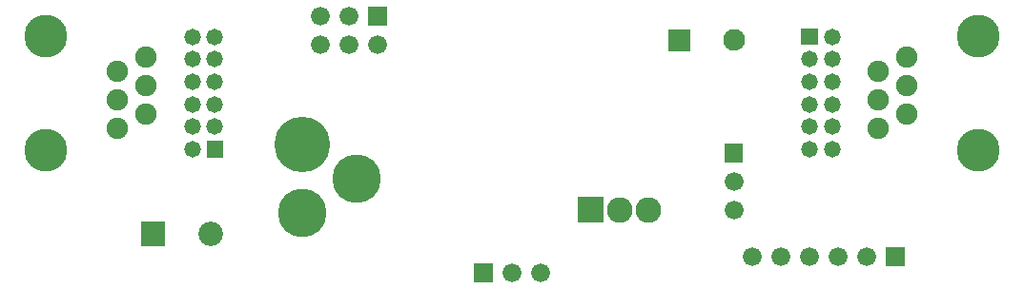
<source format=gbr>
G04 start of page 7 for group -4062 idx -4062 *
G04 Title: (unknown), soldermask *
G04 Creator: pcb 20110918 *
G04 CreationDate: Thu 15 May 2014 04:46:46 AM GMT UTC *
G04 For: railfan *
G04 Format: Gerber/RS-274X *
G04 PCB-Dimensions: 350000 125000 *
G04 PCB-Coordinate-Origin: lower left *
%MOIN*%
%FSLAX25Y25*%
%LNBOTTOMMASK*%
%ADD92C,0.1700*%
%ADD91C,0.0860*%
%ADD90C,0.1950*%
%ADD89C,0.1500*%
%ADD88C,0.0750*%
%ADD87C,0.0900*%
%ADD86C,0.0660*%
%ADD85C,0.0580*%
%ADD84C,0.0760*%
%ADD83C,0.0001*%
G54D83*G36*
X229594Y94800D02*Y87200D01*
X237194D01*
Y94800D01*
X229594D01*
G37*
G54D84*X252606Y91000D03*
G54D83*G36*
X276045Y95085D02*Y89285D01*
X281845D01*
Y95085D01*
X276045D01*
G37*
G54D85*X286819Y92185D03*
G54D83*G36*
X249200Y54800D02*Y48200D01*
X255800D01*
Y54800D01*
X249200D01*
G37*
G54D86*X252500Y41500D03*
Y31500D03*
G54D87*X222500D03*
X212500D03*
G54D83*G36*
X198000Y36000D02*Y27000D01*
X207000D01*
Y36000D01*
X198000D01*
G37*
G54D85*X278945Y84311D03*
Y76437D03*
X286819Y84311D03*
Y76437D03*
X278945Y68563D03*
Y60689D03*
Y52815D03*
X286819Y68563D03*
Y60689D03*
Y52815D03*
G54D88*X303000Y60000D03*
X313000Y65000D03*
X303000Y70000D03*
X313000Y75000D03*
X303000Y80000D03*
X313000Y85000D03*
G54D89*X338000Y52500D03*
Y92500D03*
G54D83*G36*
X305700Y18300D02*Y11700D01*
X312300D01*
Y18300D01*
X305700D01*
G37*
G54D86*X299000Y15000D03*
X289000D03*
X279000D03*
X269000D03*
X259000D03*
G54D88*X47000Y85000D03*
X37000Y80000D03*
X47000Y75000D03*
X37000Y70000D03*
G54D89*X12000Y92500D03*
Y52500D03*
G54D88*X47000Y65000D03*
X37000Y60000D03*
G54D83*G36*
X68155Y55715D02*Y49915D01*
X73955D01*
Y55715D01*
X68155D01*
G37*
G54D85*X71055Y60689D03*
X63181Y52815D03*
Y60689D03*
G54D90*X101500Y54500D03*
G54D85*X71055Y68563D03*
Y76437D03*
X63181Y68563D03*
Y76437D03*
X71055Y84311D03*
Y92185D03*
X63181Y84311D03*
Y92185D03*
G54D83*G36*
X45200Y27300D02*Y18700D01*
X53800D01*
Y27300D01*
X45200D01*
G37*
G54D91*X69500Y23000D03*
G54D92*X101500Y30500D03*
X120500Y42500D03*
G54D83*G36*
X161700Y12800D02*Y6200D01*
X168300D01*
Y12800D01*
X161700D01*
G37*
G54D86*X175000Y9500D03*
X185000D03*
G54D83*G36*
X124700Y102800D02*Y96200D01*
X131300D01*
Y102800D01*
X124700D01*
G37*
G54D86*X118000Y99500D03*
X108000D03*
X128000Y89500D03*
X118000D03*
X108000D03*
M02*

</source>
